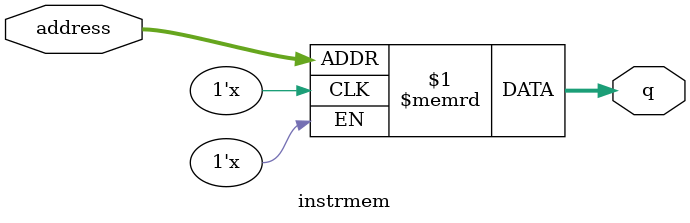
<source format=v>
module instrmem (
	address,
	q);
input[9:0] address;
output[31:0] q;
reg [31:0] memory[0:1023];
assign	q = memory[address];
endmodule

</source>
